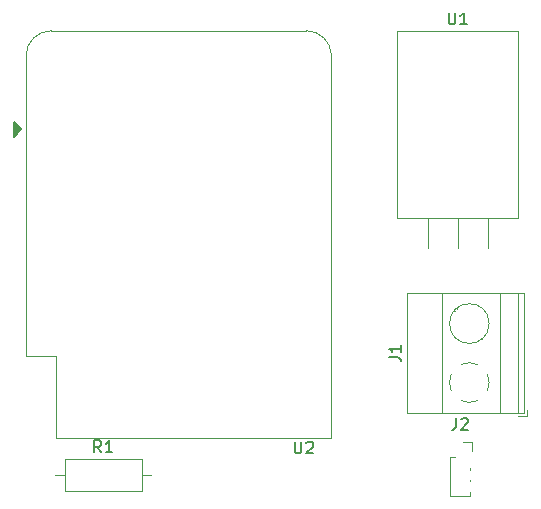
<source format=gto>
G04 #@! TF.GenerationSoftware,KiCad,Pcbnew,8.0.0*
G04 #@! TF.CreationDate,2024-03-17T21:38:31+08:00*
G04 #@! TF.ProjectId,input-nodes,696e7075-742d-46e6-9f64-65732e6b6963,rev?*
G04 #@! TF.SameCoordinates,Original*
G04 #@! TF.FileFunction,Legend,Top*
G04 #@! TF.FilePolarity,Positive*
%FSLAX46Y46*%
G04 Gerber Fmt 4.6, Leading zero omitted, Abs format (unit mm)*
G04 Created by KiCad (PCBNEW 8.0.0) date 2024-03-17 21:38:31*
%MOMM*%
%LPD*%
G01*
G04 APERTURE LIST*
%ADD10C,0.150000*%
%ADD11C,0.120000*%
%ADD12C,1.600000*%
%ADD13O,1.600000X1.600000*%
%ADD14O,3.500000X3.500000*%
%ADD15R,1.905000X2.000000*%
%ADD16O,1.905000X2.000000*%
%ADD17R,0.850000X0.850000*%
%ADD18O,0.850000X0.850000*%
%ADD19R,2.600000X2.600000*%
%ADD20C,2.600000*%
%ADD21R,2.000000X2.000000*%
%ADD22O,2.000000X1.600000*%
G04 APERTURE END LIST*
D10*
X98863333Y-113344819D02*
X98530000Y-112868628D01*
X98291905Y-113344819D02*
X98291905Y-112344819D01*
X98291905Y-112344819D02*
X98672857Y-112344819D01*
X98672857Y-112344819D02*
X98768095Y-112392438D01*
X98768095Y-112392438D02*
X98815714Y-112440057D01*
X98815714Y-112440057D02*
X98863333Y-112535295D01*
X98863333Y-112535295D02*
X98863333Y-112678152D01*
X98863333Y-112678152D02*
X98815714Y-112773390D01*
X98815714Y-112773390D02*
X98768095Y-112821009D01*
X98768095Y-112821009D02*
X98672857Y-112868628D01*
X98672857Y-112868628D02*
X98291905Y-112868628D01*
X99815714Y-113344819D02*
X99244286Y-113344819D01*
X99530000Y-113344819D02*
X99530000Y-112344819D01*
X99530000Y-112344819D02*
X99434762Y-112487676D01*
X99434762Y-112487676D02*
X99339524Y-112582914D01*
X99339524Y-112582914D02*
X99244286Y-112630533D01*
X128268095Y-76124819D02*
X128268095Y-76934342D01*
X128268095Y-76934342D02*
X128315714Y-77029580D01*
X128315714Y-77029580D02*
X128363333Y-77077200D01*
X128363333Y-77077200D02*
X128458571Y-77124819D01*
X128458571Y-77124819D02*
X128649047Y-77124819D01*
X128649047Y-77124819D02*
X128744285Y-77077200D01*
X128744285Y-77077200D02*
X128791904Y-77029580D01*
X128791904Y-77029580D02*
X128839523Y-76934342D01*
X128839523Y-76934342D02*
X128839523Y-76124819D01*
X129839523Y-77124819D02*
X129268095Y-77124819D01*
X129553809Y-77124819D02*
X129553809Y-76124819D01*
X129553809Y-76124819D02*
X129458571Y-76267676D01*
X129458571Y-76267676D02*
X129363333Y-76362914D01*
X129363333Y-76362914D02*
X129268095Y-76410533D01*
X128906666Y-110464819D02*
X128906666Y-111179104D01*
X128906666Y-111179104D02*
X128859047Y-111321961D01*
X128859047Y-111321961D02*
X128763809Y-111417200D01*
X128763809Y-111417200D02*
X128620952Y-111464819D01*
X128620952Y-111464819D02*
X128525714Y-111464819D01*
X129335238Y-110560057D02*
X129382857Y-110512438D01*
X129382857Y-110512438D02*
X129478095Y-110464819D01*
X129478095Y-110464819D02*
X129716190Y-110464819D01*
X129716190Y-110464819D02*
X129811428Y-110512438D01*
X129811428Y-110512438D02*
X129859047Y-110560057D01*
X129859047Y-110560057D02*
X129906666Y-110655295D01*
X129906666Y-110655295D02*
X129906666Y-110750533D01*
X129906666Y-110750533D02*
X129859047Y-110893390D01*
X129859047Y-110893390D02*
X129287619Y-111464819D01*
X129287619Y-111464819D02*
X129906666Y-111464819D01*
X123224819Y-105288333D02*
X123939104Y-105288333D01*
X123939104Y-105288333D02*
X124081961Y-105335952D01*
X124081961Y-105335952D02*
X124177200Y-105431190D01*
X124177200Y-105431190D02*
X124224819Y-105574047D01*
X124224819Y-105574047D02*
X124224819Y-105669285D01*
X124224819Y-104288333D02*
X124224819Y-104859761D01*
X124224819Y-104574047D02*
X123224819Y-104574047D01*
X123224819Y-104574047D02*
X123367676Y-104669285D01*
X123367676Y-104669285D02*
X123462914Y-104764523D01*
X123462914Y-104764523D02*
X123510533Y-104859761D01*
X115238095Y-112454819D02*
X115238095Y-113264342D01*
X115238095Y-113264342D02*
X115285714Y-113359580D01*
X115285714Y-113359580D02*
X115333333Y-113407200D01*
X115333333Y-113407200D02*
X115428571Y-113454819D01*
X115428571Y-113454819D02*
X115619047Y-113454819D01*
X115619047Y-113454819D02*
X115714285Y-113407200D01*
X115714285Y-113407200D02*
X115761904Y-113359580D01*
X115761904Y-113359580D02*
X115809523Y-113264342D01*
X115809523Y-113264342D02*
X115809523Y-112454819D01*
X116238095Y-112550057D02*
X116285714Y-112502438D01*
X116285714Y-112502438D02*
X116380952Y-112454819D01*
X116380952Y-112454819D02*
X116619047Y-112454819D01*
X116619047Y-112454819D02*
X116714285Y-112502438D01*
X116714285Y-112502438D02*
X116761904Y-112550057D01*
X116761904Y-112550057D02*
X116809523Y-112645295D01*
X116809523Y-112645295D02*
X116809523Y-112740533D01*
X116809523Y-112740533D02*
X116761904Y-112883390D01*
X116761904Y-112883390D02*
X116190476Y-113454819D01*
X116190476Y-113454819D02*
X116809523Y-113454819D01*
D11*
X94990000Y-115260000D02*
X95760000Y-115260000D01*
X95760000Y-113890000D02*
X95760000Y-116630000D01*
X95760000Y-116630000D02*
X102300000Y-116630000D01*
X102300000Y-113890000D02*
X95760000Y-113890000D01*
X102300000Y-116630000D02*
X102300000Y-113890000D01*
X103070000Y-115260000D02*
X102300000Y-115260000D01*
X123910000Y-77670000D02*
X123910000Y-93560000D01*
X123910000Y-77670000D02*
X134150000Y-77670000D01*
X123910000Y-93560000D02*
X134150000Y-93560000D01*
X126490000Y-93560000D02*
X126490000Y-96100000D01*
X129030000Y-93560000D02*
X129030000Y-96100000D01*
X131570000Y-93560000D02*
X131570000Y-96100000D01*
X134150000Y-77670000D02*
X134150000Y-93560000D01*
X128430000Y-113760000D02*
X128430000Y-117070000D01*
X128430000Y-113760000D02*
X128845000Y-113760000D01*
X128430000Y-117070000D02*
X130050000Y-117070000D01*
X129530000Y-112450000D02*
X130215000Y-112450000D01*
X130050000Y-114705898D02*
X130050000Y-114814102D01*
X130050000Y-115705898D02*
X130050000Y-115814102D01*
X130050000Y-116705898D02*
X130050000Y-117070000D01*
X130215000Y-112450000D02*
X130215000Y-113260000D01*
X124769000Y-99895000D02*
X134690000Y-99895000D01*
X124769000Y-110015000D02*
X124769000Y-99895000D01*
X124769000Y-110015000D02*
X134690000Y-110015000D01*
X127729000Y-110015000D02*
X127729000Y-99895000D01*
X128755000Y-101385000D02*
X128791000Y-101420000D01*
X128961000Y-101180000D02*
X129007000Y-101227000D01*
X131053000Y-103682000D02*
X131099000Y-103729000D01*
X131269000Y-103489000D02*
X131304000Y-103524000D01*
X132630000Y-110015000D02*
X132630000Y-99895000D01*
X134130000Y-110015000D02*
X134130000Y-99895000D01*
X134190000Y-110255000D02*
X134930000Y-110255000D01*
X134690000Y-110015000D02*
X134690000Y-99895000D01*
X134930000Y-110255000D02*
X134930000Y-109755000D01*
X128494574Y-108138042D02*
G75*
G02*
X128495001Y-106771001I1535419J683041D01*
G01*
X129346958Y-105919574D02*
G75*
G02*
X130714000Y-105920000I683042J-1535426D01*
G01*
X130713042Y-108990426D02*
G75*
G02*
X129346001Y-108989999I-683041J1535419D01*
G01*
X131564755Y-106771682D02*
G75*
G02*
X131709999Y-107455000I-1534755J-683318D01*
G01*
X131710252Y-107426195D02*
G75*
G02*
X131564999Y-108139000I-1680253J-28806D01*
G01*
X131710000Y-102455000D02*
G75*
G02*
X128350000Y-102455000I-1680000J0D01*
G01*
X128350000Y-102455000D02*
G75*
G02*
X131710000Y-102455000I1680000J0D01*
G01*
X92500000Y-105220000D02*
X92500000Y-79790000D01*
X92500000Y-105220000D02*
X95040000Y-105220000D01*
X95040000Y-105220000D02*
X95040000Y-112120000D01*
X95040000Y-112120000D02*
X118360000Y-112120000D01*
X116240000Y-77660000D02*
X94630000Y-77660000D01*
X118360000Y-112120000D02*
X118360000Y-79790000D01*
X92500000Y-79790000D02*
G75*
G02*
X94630000Y-77660000I2130002J-2D01*
G01*
X116230000Y-77660000D02*
G75*
G02*
X118360000Y-79790000I0J-2130000D01*
G01*
D10*
X92095000Y-86000000D02*
X91460000Y-86635000D01*
X91460000Y-85365000D01*
X92095000Y-86000000D01*
G36*
X92095000Y-86000000D02*
G01*
X91460000Y-86635000D01*
X91460000Y-85365000D01*
X92095000Y-86000000D01*
G37*
%LPC*%
D12*
X93950000Y-115260000D03*
D13*
X104110000Y-115260000D03*
D14*
X129030000Y-80590000D03*
D15*
X126490000Y-97250000D03*
D16*
X129030000Y-97250000D03*
X131570000Y-97250000D03*
D17*
X129530000Y-113260000D03*
D18*
X129530000Y-114260000D03*
X129530000Y-115260000D03*
X129530000Y-116260000D03*
D19*
X130030000Y-107455000D03*
D20*
X130030000Y-102455000D03*
D21*
X94000000Y-86000000D03*
D22*
X94000000Y-88540000D03*
X94000000Y-91080000D03*
X94000000Y-93620000D03*
X94000000Y-96160000D03*
X94000000Y-98700000D03*
X94000000Y-101240000D03*
X94000000Y-103780000D03*
X116860000Y-103780000D03*
X116860000Y-101240000D03*
X116860000Y-98700000D03*
X116860000Y-96160000D03*
X116860000Y-93620000D03*
X116860000Y-91080000D03*
X116860000Y-88540000D03*
X116860000Y-86000000D03*
%LPD*%
M02*

</source>
